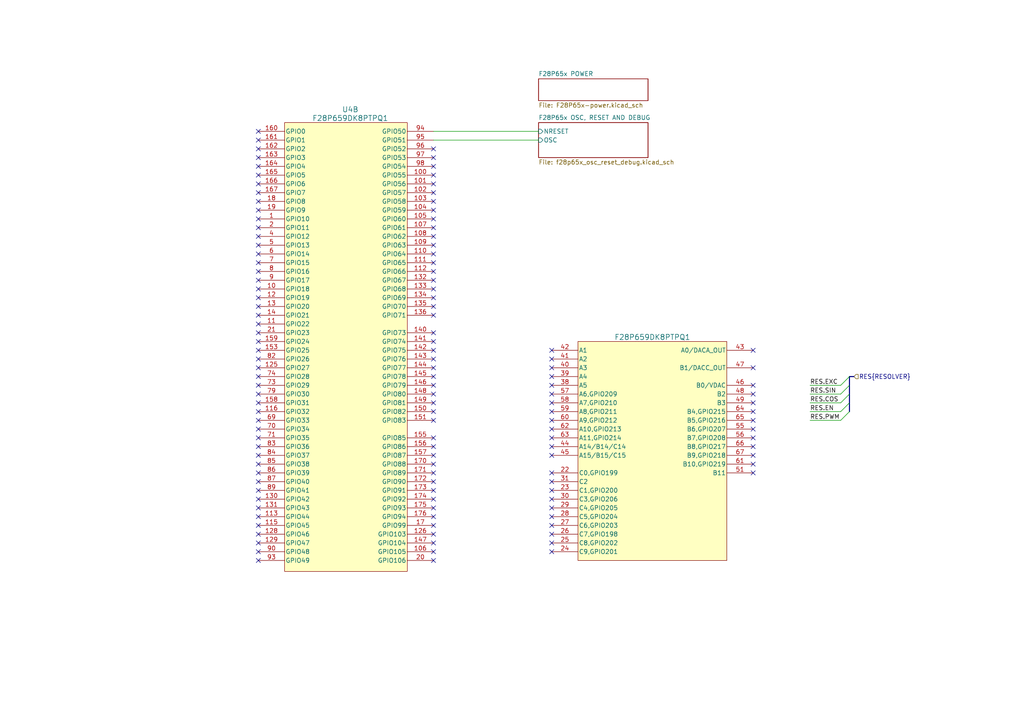
<source format=kicad_sch>
(kicad_sch (version 20231120) (generator "eeschema") (generator_version "8.0")
  (paper "A4")
  (title_block (date "2025-02-02") (comment 1 "Author: Luciano Vittori"))
  (lib_symbols
    (symbol "Library:F28P659DK8PTPQ1" (pin_names (offset 0.254))
      (property "Reference" "U" (at 28.956 9.144 0))
      (property "Value" "F28P659DK8PTPQ1" (at 28.956 6.604 0))
      (symbol "F28P659DK8PTPQ1_1_1"
        (rectangle (start 7.62 2.54) (end 50.8 -60.96) (fill (type background)))
        (pin bidirectional line (at 0 -35.56 0) (length 7.62) (name "C0,GPIO199") (number "22"))
        (pin bidirectional line (at 0 -40.64 0) (length 7.62) (name "C1,GPIO200") (number "23"))
        (pin bidirectional line (at 0 -58.42 0) (length 7.62) (name "C9,GPIO201") (number "24"))
        (pin bidirectional line (at 0 -55.88 0) (length 7.62) (name "C8,GPIO202") (number "25"))
        (pin bidirectional line (at 0 -53.34 0) (length 7.62) (name "C7,GPIO198") (number "26"))
        (pin bidirectional line (at 0 -50.8 0) (length 7.62) (name "C6,GPIO203") (number "27"))
        (pin bidirectional line (at 0 -48.26 0) (length 7.62) (name "C5,GPIO204") (number "28"))
        (pin bidirectional line (at 0 -45.72 0) (length 7.62) (name "C4,GPIO205") (number "29"))
        (pin bidirectional line (at 0 -43.18 0) (length 7.62) (name "C3,GPIO206") (number "30"))
        (pin bidirectional line (at 0 -38.1 0) (length 7.62) (name "C2") (number "31"))
        (pin bidirectional line (at 0 -10.16 0) (length 7.62) (name "A5") (number "38"))
        (pin bidirectional line (at 0 -7.62 0) (length 7.62) (name "A4") (number "39"))
        (pin bidirectional line (at 0 -5.08 0) (length 7.62) (name "A3") (number "40"))
        (pin bidirectional line (at 0 -2.54 0) (length 7.62) (name "A2") (number "41"))
        (pin bidirectional line (at 0 0 0) (length 7.62) (name "A1") (number "42"))
        (pin bidirectional line (at 58.42 0 180) (length 7.62) (name "A0/DACA_OUT") (number "43"))
        (pin bidirectional line (at 0 -27.94 0) (length 7.62) (name "A14/B14/C14") (number "44"))
        (pin bidirectional line (at 0 -30.48 0) (length 7.62) (name "A15/B15/C15") (number "45"))
        (pin bidirectional line (at 58.42 -10.16 180) (length 7.62) (name "B0/VDAC") (number "46"))
        (pin bidirectional line (at 58.42 -5.08 180) (length 7.62) (name "B1/DACC_OUT") (number "47"))
        (pin bidirectional line (at 58.42 -12.7 180) (length 7.62) (name "B2") (number "48"))
        (pin bidirectional line (at 58.42 -15.24 180) (length 7.62) (name "B3") (number "49"))
        (pin bidirectional line (at 58.42 -35.56 180) (length 7.62) (name "B11") (number "51"))
        (pin bidirectional line (at 58.42 -22.86 180) (length 7.62) (name "B6,GPIO207") (number "55"))
        (pin bidirectional line (at 58.42 -25.4 180) (length 7.62) (name "B7,GPIO208") (number "56"))
        (pin bidirectional line (at 0 -12.7 0) (length 7.62) (name "A6,GPIO209") (number "57"))
        (pin bidirectional line (at 0 -15.24 0) (length 7.62) (name "A7,GPIO210") (number "58"))
        (pin bidirectional line (at 0 -17.78 0) (length 7.62) (name "A8,GPIO211") (number "59"))
        (pin bidirectional line (at 0 -20.32 0) (length 7.62) (name "A9,GPIO212") (number "60"))
        (pin bidirectional line (at 58.42 -33.02 180) (length 7.62) (name "B10,GPIO219") (number "61"))
        (pin bidirectional line (at 0 -22.86 0) (length 7.62) (name "A10,GPIO213") (number "62"))
        (pin bidirectional line (at 0 -25.4 0) (length 7.62) (name "A11,GPIO214") (number "63"))
        (pin bidirectional line (at 58.42 -17.78 180) (length 7.62) (name "B4,GPIO215") (number "64"))
        (pin bidirectional line (at 58.42 -20.32 180) (length 7.62) (name "B5,GPIO216") (number "65"))
        (pin bidirectional line (at 58.42 -27.94 180) (length 7.62) (name "B8,GPIO217") (number "66"))
        (pin bidirectional line (at 58.42 -30.48 180) (length 7.62) (name "B9,GPIO218") (number "67"))
      )
      (symbol "F28P659DK8PTPQ1_2_1"
        (rectangle (start 7.62 2.54) (end 43.18 -127.635) (fill (type background)))
        (pin bidirectional line (at 0 -25.4 0) (length 7.62) (name "GPIO10") (number "1"))
        (pin bidirectional line (at 0 -45.72 0) (length 7.62) (name "GPIO18") (number "10"))
        (pin bidirectional line (at 50.8 -12.7 180) (length 7.62) (name "GPIO55") (number "100"))
        (pin bidirectional line (at 50.8 -15.24 180) (length 7.62) (name "GPIO56") (number "101"))
        (pin bidirectional line (at 50.8 -17.78 180) (length 7.62) (name "GPIO57") (number "102"))
        (pin bidirectional line (at 50.8 -20.32 180) (length 7.62) (name "GPIO58") (number "103"))
        (pin bidirectional line (at 50.8 -22.86 180) (length 7.62) (name "GPIO59") (number "104"))
        (pin bidirectional line (at 50.8 -25.4 180) (length 7.62) (name "GPIO60") (number "105"))
        (pin bidirectional line (at 50.8 -121.92 180) (length 7.62) (name "GPIO105") (number "106"))
        (pin bidirectional line (at 50.8 -27.94 180) (length 7.62) (name "GPIO61") (number "107"))
        (pin bidirectional line (at 50.8 -30.48 180) (length 7.62) (name "GPIO62") (number "108"))
        (pin bidirectional line (at 50.8 -33.02 180) (length 7.62) (name "GPIO63") (number "109"))
        (pin bidirectional line (at 0 -55.88 0) (length 7.62) (name "GPIO22") (number "11"))
        (pin bidirectional line (at 50.8 -35.56 180) (length 7.62) (name "GPIO64") (number "110"))
        (pin bidirectional line (at 50.8 -38.1 180) (length 7.62) (name "GPIO65") (number "111"))
        (pin bidirectional line (at 50.8 -40.64 180) (length 7.62) (name "GPIO66") (number "112"))
        (pin bidirectional line (at 0 -111.76 0) (length 7.62) (name "GPIO44") (number "113"))
        (pin bidirectional line (at 0 -114.3 0) (length 7.62) (name "GPIO45") (number "115"))
        (pin bidirectional line (at 0 -81.28 0) (length 7.62) (name "GPIO32") (number "116"))
        (pin bidirectional line (at 0 -48.26 0) (length 7.62) (name "GPIO19") (number "12"))
        (pin bidirectional line (at 0 -68.58 0) (length 7.62) (name "GPIO27") (number "125"))
        (pin bidirectional line (at 50.8 -116.84 180) (length 7.62) (name "GPIO103") (number "126"))
        (pin bidirectional line (at 0 -116.84 0) (length 7.62) (name "GPIO46") (number "128"))
        (pin bidirectional line (at 0 -119.38 0) (length 7.62) (name "GPIO47") (number "129"))
        (pin bidirectional line (at 0 -50.8 0) (length 7.62) (name "GPIO20") (number "13"))
        (pin bidirectional line (at 0 -106.68 0) (length 7.62) (name "GPIO42") (number "130"))
        (pin bidirectional line (at 0 -109.22 0) (length 7.62) (name "GPIO43") (number "131"))
        (pin bidirectional line (at 50.8 -43.18 180) (length 7.62) (name "GPIO67") (number "132"))
        (pin bidirectional line (at 50.8 -45.72 180) (length 7.62) (name "GPIO68") (number "133"))
        (pin bidirectional line (at 50.8 -48.26 180) (length 7.62) (name "GPIO69") (number "134"))
        (pin bidirectional line (at 50.8 -50.8 180) (length 7.62) (name "GPIO70") (number "135"))
        (pin bidirectional line (at 50.8 -53.34 180) (length 7.62) (name "GPIO71") (number "136"))
        (pin bidirectional line (at 0 -53.34 0) (length 7.62) (name "GPIO21") (number "14"))
        (pin bidirectional line (at 50.8 -58.42 180) (length 7.62) (name "GPIO73") (number "140"))
        (pin bidirectional line (at 50.8 -60.96 180) (length 7.62) (name "GPIO74") (number "141"))
        (pin bidirectional line (at 50.8 -63.5 180) (length 7.62) (name "GPIO75") (number "142"))
        (pin bidirectional line (at 50.8 -66.04 180) (length 7.62) (name "GPIO76") (number "143"))
        (pin bidirectional line (at 50.8 -68.58 180) (length 7.62) (name "GPIO77") (number "144"))
        (pin bidirectional line (at 50.8 -71.12 180) (length 7.62) (name "GPIO78") (number "145"))
        (pin bidirectional line (at 50.8 -73.66 180) (length 7.62) (name "GPIO79") (number "146"))
        (pin bidirectional line (at 50.8 -119.38 180) (length 7.62) (name "GPIO104") (number "147"))
        (pin bidirectional line (at 50.8 -76.2 180) (length 7.62) (name "GPIO80") (number "148"))
        (pin bidirectional line (at 50.8 -78.74 180) (length 7.62) (name "GPIO81") (number "149"))
        (pin bidirectional line (at 50.8 -81.28 180) (length 7.62) (name "GPIO82") (number "150"))
        (pin bidirectional line (at 50.8 -83.82 180) (length 7.62) (name "GPIO83") (number "151"))
        (pin bidirectional line (at 0 -63.5 0) (length 7.62) (name "GPIO25") (number "153"))
        (pin bidirectional line (at 50.8 -88.9 180) (length 7.62) (name "GPIO85") (number "155"))
        (pin bidirectional line (at 50.8 -91.44 180) (length 7.62) (name "GPIO86") (number "156"))
        (pin bidirectional line (at 50.8 -93.98 180) (length 7.62) (name "GPIO87") (number "157"))
        (pin bidirectional line (at 0 -78.74 0) (length 7.62) (name "GPIO31") (number "158"))
        (pin bidirectional line (at 0 -60.96 0) (length 7.62) (name "GPIO24") (number "159"))
        (pin bidirectional line (at 0 0 0) (length 7.62) (name "GPIO0") (number "160"))
        (pin bidirectional line (at 0 -2.54 0) (length 7.62) (name "GPIO1") (number "161"))
        (pin bidirectional line (at 0 -5.08 0) (length 7.62) (name "GPIO2") (number "162"))
        (pin bidirectional line (at 0 -7.62 0) (length 7.62) (name "GPIO3") (number "163"))
        (pin bidirectional line (at 0 -10.16 0) (length 7.62) (name "GPIO4") (number "164"))
        (pin bidirectional line (at 0 -12.7 0) (length 7.62) (name "GPIO5") (number "165"))
        (pin bidirectional line (at 0 -15.24 0) (length 7.62) (name "GPIO6") (number "166"))
        (pin bidirectional line (at 0 -17.78 0) (length 7.62) (name "GPIO7") (number "167"))
        (pin bidirectional line (at 50.8 -114.3 180) (length 7.62) (name "GPIO99") (number "17"))
        (pin bidirectional line (at 50.8 -96.52 180) (length 7.62) (name "GPIO88") (number "170"))
        (pin bidirectional line (at 50.8 -99.06 180) (length 7.62) (name "GPIO89") (number "171"))
        (pin bidirectional line (at 50.8 -101.6 180) (length 7.62) (name "GPIO90") (number "172"))
        (pin bidirectional line (at 50.8 -104.14 180) (length 7.62) (name "GPIO91") (number "173"))
        (pin bidirectional line (at 50.8 -106.68 180) (length 7.62) (name "GPIO92") (number "174"))
        (pin bidirectional line (at 50.8 -109.22 180) (length 7.62) (name "GPIO93") (number "175"))
        (pin bidirectional line (at 50.8 -111.76 180) (length 7.62) (name "GPIO94") (number "176"))
        (pin bidirectional line (at 0 -20.32 0) (length 7.62) (name "GPIO8") (number "18"))
        (pin bidirectional line (at 0 -22.86 0) (length 7.62) (name "GPIO9") (number "19"))
        (pin bidirectional line (at 0 -27.94 0) (length 7.62) (name "GPIO11") (number "2"))
        (pin bidirectional line (at 50.8 -124.46 180) (length 7.62) (name "GPIO106") (number "20"))
        (pin bidirectional line (at 0 -58.42 0) (length 7.62) (name "GPIO23") (number "21"))
        (pin bidirectional line (at 0 -30.48 0) (length 7.62) (name "GPIO12") (number "4"))
        (pin bidirectional line (at 0 -33.02 0) (length 7.62) (name "GPIO13") (number "5"))
        (pin bidirectional line (at 0 -35.56 0) (length 7.62) (name "GPIO14") (number "6"))
        (pin bidirectional line (at 0 -83.82 0) (length 7.62) (name "GPIO33") (number "69"))
        (pin bidirectional line (at 0 -38.1 0) (length 7.62) (name "GPIO15") (number "7"))
        (pin bidirectional line (at 0 -86.36 0) (length 7.62) (name "GPIO34") (number "70"))
        (pin bidirectional line (at 0 -88.9 0) (length 7.62) (name "GPIO35") (number "71"))
        (pin bidirectional line (at 0 -73.66 0) (length 7.62) (name "GPIO29") (number "73"))
        (pin bidirectional line (at 0 -71.12 0) (length 7.62) (name "GPIO28") (number "74"))
        (pin bidirectional line (at 0 -76.2 0) (length 7.62) (name "GPIO30") (number "79"))
        (pin bidirectional line (at 0 -40.64 0) (length 7.62) (name "GPIO16") (number "8"))
        (pin bidirectional line (at 0 -66.04 0) (length 7.62) (name "GPIO26") (number "82"))
        (pin bidirectional line (at 0 -91.44 0) (length 7.62) (name "GPIO36") (number "83"))
        (pin bidirectional line (at 0 -93.98 0) (length 7.62) (name "GPIO37") (number "84"))
        (pin bidirectional line (at 0 -96.52 0) (length 7.62) (name "GPIO38") (number "85"))
        (pin bidirectional line (at 0 -99.06 0) (length 7.62) (name "GPIO39") (number "86"))
        (pin bidirectional line (at 0 -101.6 0) (length 7.62) (name "GPIO40") (number "87"))
        (pin bidirectional line (at 0 -104.14 0) (length 7.62) (name "GPIO41") (number "89"))
        (pin bidirectional line (at 0 -43.18 0) (length 7.62) (name "GPIO17") (number "9"))
        (pin bidirectional line (at 0 -121.92 0) (length 7.62) (name "GPIO48") (number "90"))
        (pin bidirectional line (at 0 -124.46 0) (length 7.62) (name "GPIO49") (number "93"))
        (pin bidirectional line (at 50.8 0 180) (length 7.62) (name "GPIO50") (number "94"))
        (pin bidirectional line (at 50.8 -2.54 180) (length 7.62) (name "GPIO51") (number "95"))
        (pin bidirectional line (at 50.8 -5.08 180) (length 7.62) (name "GPIO52") (number "96"))
        (pin bidirectional line (at 50.8 -7.62 180) (length 7.62) (name "GPIO53") (number "97"))
        (pin bidirectional line (at 50.8 -10.16 180) (length 7.62) (name "GPIO54") (number "98"))
      )
      (symbol "F28P659DK8PTPQ1_3_1"
        (rectangle (start 7.62 2.54) (end 33.02 -30.48) (fill (type background)))
        (pin bidirectional line (at 0 0 0) (length 7.62) (name "GPIO133") (number "118"))
        (pin bidirectional line (at 0 -20.32 0) (length 7.62) (name "VREGENZ") (number "119"))
        (pin bidirectional line (at 0 -5.08 0) (length 7.62) (name "GPIO221,X2") (number "121"))
        (pin bidirectional line (at 0 -2.54 0) (length 7.62) (name "GPIO220,X1") (number "123"))
        (pin bidirectional line (at 0 -22.86 0) (length 7.62) (name "XRSN") (number "124"))
        (pin bidirectional line (at 0 -25.4 0) (length 7.62) (name "GPIO72") (number "139"))
        (pin bidirectional line (at 0 -27.94 0) (length 7.62) (name "GPIO84") (number "154"))
        (pin bidirectional line (at 0 -7.62 0) (length 7.62) (name "GPIO222/TDI") (number "77"))
        (pin bidirectional line (at 0 -10.16 0) (length 7.62) (name "GPIO223/TDO") (number "78"))
        (pin bidirectional line (at 0 -17.78 0) (length 7.62) (name "TMS") (number "80"))
        (pin bidirectional line (at 0 -15.24 0) (length 7.62) (name "TCK") (number "81"))
        (pin bidirectional line (at 0 -12.7 0) (length 7.62) (name "GPIO224/ERRORSTS") (number "92"))
      )
      (symbol "F28P659DK8PTPQ1_4_1"
        (rectangle (start 7.62 2.54) (end 28.575 -83.185) (fill (type background)))
        (pin power_in line (at 0 -35.56 0) (length 7.62) (name "VDDIO") (number "114"))
        (pin power_in line (at 0 -5.08 0) (length 7.62) (name "VDD") (number "117"))
        (pin power_in line (at 0 -50.8 0) (length 7.62) (name "VDDOSC") (number "120"))
        (pin input line (at 0 -76.2 0) (length 7.62) (name "VSSOSC") (number "122"))
        (pin power_in line (at 0 -38.1 0) (length 7.62) (name "VDDIO") (number "127"))
        (pin power_in line (at 0 -7.62 0) (length 7.62) (name "VDD") (number "137"))
        (pin power_in line (at 0 -40.64 0) (length 7.62) (name "VDDIO") (number "138"))
        (pin power_in line (at 0 -20.32 0) (length 7.62) (name "VDDIO") (number "15"))
        (pin power_in line (at 0 -43.18 0) (length 7.62) (name "VDDIO") (number "152"))
        (pin power_in line (at 0 0 0) (length 7.62) (name "VDD") (number "16"))
        (pin power_in line (at 0 -45.72 0) (length 7.62) (name "VDDIO") (number "168"))
        (pin power_in line (at 0 -10.16 0) (length 7.62) (name "VDD") (number "169"))
        (pin input line (at 0 -73.66 0) (length 7.62) (name "VSS") (number "177"))
        (pin power_in line (at 0 -17.78 0) (length 7.62) (name "VDDIO") (number "3"))
        (pin power_in line (at 0 -68.58 0) (length 7.62) (name "VREFLOC") (number "32"))
        (pin power_in line (at 0 -63.5 0) (length 7.62) (name "VREFLOA") (number "33"))
        (pin input line (at 0 -78.74 0) (length 7.62) (name "VSSA") (number "34"))
        (pin power_in line (at 0 -60.96 0) (length 7.62) (name "VREFHIC") (number "35"))
        (pin power_in line (at 0 -12.7 0) (length 7.62) (name "VDDA") (number "36"))
        (pin power_in line (at 0 -55.88 0) (length 7.62) (name "VREFHIA") (number "37"))
        (pin power_in line (at 0 -66.04 0) (length 7.62) (name "VREFLOB") (number "50"))
        (pin input line (at 0 -81.28 0) (length 7.62) (name "VSSA") (number "52"))
        (pin power_in line (at 0 -58.42 0) (length 7.62) (name "VREFHIB") (number "53"))
        (pin power_in line (at 0 -15.24 0) (length 7.62) (name "VDDA") (number "54"))
        (pin power_in line (at 0 -22.86 0) (length 7.62) (name "VDDIO") (number "68"))
        (pin power_in line (at 0 -48.26 0) (length 7.62) (name "VDD3VFL") (number "72"))
        (pin power_in line (at 0 -25.4 0) (length 7.62) (name "VDDIO") (number "75"))
        (pin power_in line (at 0 -2.54 0) (length 7.62) (name "VDD") (number "76"))
        (pin power_in line (at 0 -27.94 0) (length 7.62) (name "VDDIO") (number "88"))
        (pin power_in line (at 0 -30.48 0) (length 7.62) (name "VDDIO") (number "91"))
        (pin power_in line (at 0 -33.02 0) (length 7.62) (name "VDDIO") (number "99"))
      )
    )
  )
  (no_connect (at 125.73 48.26))
  (no_connect (at 74.93 132.08))
  (no_connect (at 74.93 68.58))
  (no_connect (at 74.93 99.06))
  (no_connect (at 160.02 109.22))
  (no_connect (at 125.73 127))
  (no_connect (at 125.73 119.38))
  (no_connect (at 160.02 124.46))
  (no_connect (at 74.93 78.74))
  (no_connect (at 74.93 134.62))
  (no_connect (at 125.73 96.52))
  (no_connect (at 74.93 60.96))
  (no_connect (at 160.02 147.32))
  (no_connect (at 125.73 58.42))
  (no_connect (at 218.44 137.16))
  (no_connect (at 74.93 147.32))
  (no_connect (at 125.73 121.92))
  (no_connect (at 125.73 53.34))
  (no_connect (at 160.02 129.54))
  (no_connect (at 74.93 66.04))
  (no_connect (at 74.93 119.38))
  (no_connect (at 125.73 106.68))
  (no_connect (at 74.93 55.88))
  (no_connect (at 74.93 93.98))
  (no_connect (at 125.73 71.12))
  (no_connect (at 74.93 50.8))
  (no_connect (at 74.93 139.7))
  (no_connect (at 218.44 129.54))
  (no_connect (at 160.02 160.02))
  (no_connect (at 125.73 99.06))
  (no_connect (at 125.73 129.54))
  (no_connect (at 125.73 160.02))
  (no_connect (at 125.73 76.2))
  (no_connect (at 125.73 142.24))
  (no_connect (at 74.93 152.4))
  (no_connect (at 74.93 106.68))
  (no_connect (at 125.73 152.4))
  (no_connect (at 74.93 142.24))
  (no_connect (at 125.73 43.18))
  (no_connect (at 160.02 104.14))
  (no_connect (at 218.44 121.92))
  (no_connect (at 125.73 66.04))
  (no_connect (at 74.93 149.86))
  (no_connect (at 74.93 111.76))
  (no_connect (at 160.02 127))
  (no_connect (at 218.44 111.76))
  (no_connect (at 125.73 101.6))
  (no_connect (at 74.93 101.6))
  (no_connect (at 125.73 157.48))
  (no_connect (at 125.73 83.82))
  (no_connect (at 74.93 40.64))
  (no_connect (at 125.73 137.16))
  (no_connect (at 125.73 114.3))
  (no_connect (at 74.93 43.18))
  (no_connect (at 160.02 106.68))
  (no_connect (at 125.73 91.44))
  (no_connect (at 74.93 144.78))
  (no_connect (at 74.93 162.56))
  (no_connect (at 74.93 81.28))
  (no_connect (at 74.93 104.14))
  (no_connect (at 74.93 121.92))
  (no_connect (at 160.02 121.92))
  (no_connect (at 74.93 88.9))
  (no_connect (at 125.73 55.88))
  (no_connect (at 125.73 104.14))
  (no_connect (at 125.73 63.5))
  (no_connect (at 74.93 157.48))
  (no_connect (at 125.73 86.36))
  (no_connect (at 160.02 139.7))
  (no_connect (at 125.73 88.9))
  (no_connect (at 125.73 132.08))
  (no_connect (at 160.02 137.16))
  (no_connect (at 74.93 137.16))
  (no_connect (at 125.73 154.94))
  (no_connect (at 160.02 119.38))
  (no_connect (at 125.73 162.56))
  (no_connect (at 218.44 114.3))
  (no_connect (at 218.44 101.6))
  (no_connect (at 125.73 134.62))
  (no_connect (at 125.73 109.22))
  (no_connect (at 74.93 76.2))
  (no_connect (at 160.02 149.86))
  (no_connect (at 74.93 154.94))
  (no_connect (at 74.93 129.54))
  (no_connect (at 218.44 127))
  (no_connect (at 125.73 147.32))
  (no_connect (at 160.02 101.6))
  (no_connect (at 160.02 111.76))
  (no_connect (at 160.02 132.08))
  (no_connect (at 74.93 58.42))
  (no_connect (at 74.93 160.02))
  (no_connect (at 125.73 149.86))
  (no_connect (at 74.93 45.72))
  (no_connect (at 74.93 48.26))
  (no_connect (at 218.44 124.46))
  (no_connect (at 125.73 116.84))
  (no_connect (at 218.44 134.62))
  (no_connect (at 74.93 109.22))
  (no_connect (at 160.02 116.84))
  (no_connect (at 160.02 157.48))
  (no_connect (at 125.73 139.7))
  (no_connect (at 125.73 111.76))
  (no_connect (at 125.73 78.74))
  (no_connect (at 74.93 53.34))
  (no_connect (at 74.93 96.52))
  (no_connect (at 125.73 73.66))
  (no_connect (at 74.93 73.66))
  (no_connect (at 160.02 142.24))
  (no_connect (at 74.93 91.44))
  (no_connect (at 125.73 144.78))
  (no_connect (at 74.93 116.84))
  (no_connect (at 125.73 68.58))
  (no_connect (at 74.93 114.3))
  (no_connect (at 74.93 71.12))
  (no_connect (at 160.02 152.4))
  (no_connect (at 218.44 106.68))
  (no_connect (at 74.93 127))
  (no_connect (at 160.02 154.94))
  (no_connect (at 125.73 81.28))
  (no_connect (at 218.44 132.08))
  (no_connect (at 74.93 124.46))
  (no_connect (at 218.44 119.38))
  (no_connect (at 74.93 83.82))
  (no_connect (at 125.73 50.8))
  (no_connect (at 160.02 114.3))
  (no_connect (at 160.02 144.78))
  (no_connect (at 74.93 63.5))
  (no_connect (at 125.73 60.96))
  (no_connect (at 218.44 116.84))
  (no_connect (at 74.93 38.1))
  (no_connect (at 74.93 86.36))
  (no_connect (at 125.73 45.72))
  (bus_entry (at 246.38 119.38) (size -2.54 2.54))
  (bus_entry (at 246.38 114.3) (size -2.54 2.54))
  (bus_entry (at 246.38 111.76) (size -2.54 2.54))
  (bus_entry (at 246.38 109.22) (size -2.54 2.54))
  (bus_entry (at 246.38 116.84) (size -2.54 2.54))
  (wire (pts (xy 125.73 40.64) (xy 156.21 40.64)))
  (wire (pts (xy 234.95 111.76) (xy 243.84 111.76)))
  (wire (pts (xy 234.95 119.38) (xy 243.84 119.38)))
  (wire (pts (xy 234.95 121.92) (xy 243.84 121.92)))
  (wire (pts (xy 125.73 38.1) (xy 156.21 38.1)))
  (bus (pts (xy 246.38 114.3) (xy 246.38 116.84)))
  (wire (pts (xy 234.95 114.3) (xy 243.84 114.3)))
  (wire (pts (xy 234.95 116.84) (xy 243.84 116.84)))
  (bus (pts (xy 246.38 111.76) (xy 246.38 114.3)))
  (bus (pts (xy 246.38 109.22) (xy 246.38 111.76)))
  (bus (pts (xy 247.65 109.22) (xy 246.38 109.22)))
  (bus (pts (xy 246.38 116.84) (xy 246.38 119.38)))
  (text "${SHEETNAME}" (at 135.89 20.32 0) (effects (font (size 5 5) (thickness 0.4013) (bold yes)) (justify left bottom)))
  (label "RES.EXC" (at 234.95 111.76 0))
  (label "RES.PWM" (at 234.95 121.92 0))
  (label "RES.SIN" (at 234.95 114.3 0))
  (label "RES.COS" (at 234.95 116.84 0))
  (label "RES.EN" (at 234.95 119.38 0))
  (hierarchical_label "RES{RESOLVER}" (shape input) (at 247.65 109.22 0))
  (symbol (lib_id "Library:F28P659DK8PTPQ1") (at 74.93 38.1 0) (unit 2)
    (property "Reference" "U4" (at 101.6 31.75 0) (effects (font (size 1.524 1.524))))
    (property "Value" "F28P659DK8PTPQ1" (at 101.6 34.29 0) (effects (font (size 1.524 1.524))))
    (property "Footprint" "VOLTU:HLQFP176_PTP_TEX" (effects (hide yes)))
    (property "Datasheet" "https://www.ti.com/product/TMS320F28P659DK-Q1/part-details/F28P659DK8PTPQ1" (effects (hide yes)))
    (property "Description" "C2000™ 32-bit MCU, 2x C28x+CLA CPU, Lock Step, 1.28-MB flash, 16-b ADC, HRPWM, CAN-FD, AES" (effects (hide yes)))
    (property "Manufacturer" "Texas Instrument" (effects (hide yes)))
    (property "manf#" "F28P659DK8PTPQ1" (effects (hide yes)))
    (property "Odoo Code" "4B01-0-0404" (effects (hide yes)))
    (property "Digi-Key Part #" "296-F28P659DK8PTPQ1-ND" (effects (hide yes)))
  )
  (symbol (lib_id "Library:F28P659DK8PTPQ1") (at 160.02 101.6 0) (unit 1)
    (property "Reference" "U4" (effects (hide yes)))
    (property "Value" "F28P659DK8PTPQ1" (at 189.23 97.79 0) (effects (font (size 1.524 1.524))))
    (property "Footprint" "VOLTU:HLQFP176_PTP_TEX" (effects (hide yes)))
    (property "Datasheet" "https://www.ti.com/product/TMS320F28P659DK-Q1/part-details/F28P659DK8PTPQ1" (effects (hide yes)))
    (property "Description" "C2000™ 32-bit MCU, 2x C28x+CLA CPU, Lock Step, 1.28-MB flash, 16-b ADC, HRPWM, CAN-FD, AES" (effects (hide yes)))
    (property "Manufacturer" "Texas Instrument" (effects (hide yes)))
    (property "manf#" "F28P659DK8PTPQ1" (effects (hide yes)))
    (property "Odoo Code" "4B01-0-0404" (effects (hide yes)))
    (property "Digi-Key Part #" "296-F28P659DK8PTPQ1-ND" (effects (hide yes)))
  )
  (sheet (at 156.21 22.86) (size 31.75 6.35) (stroke (width 0.1524))
    (property "Sheetname" "F28P65x POWER" (at 156.21 22.1484 0) (effects (justify left bottom)))
    (property "Sheetfile" "F28P65x-power.kicad_sch" (at 156.21 29.7946 0) (effects (justify left top)))
  )
  (sheet (at 156.21 35.56) (size 31.75 10.16) (stroke (width 0.1524))
    (property "Sheetname" "F28P65x OSC, RESET AND DEBUG" (at 156.21 34.8484 0) (effects (justify left bottom)))
    (property "Sheetfile" "f28p65x_osc_reset_debug.kicad_sch" (at 156.21 46.3046 0) (effects (justify left top)))
    (pin "NRESET" input (at 156.21 38.1 180))
    (pin "OSC" input (at 156.21 40.64 180))
  )
)
</source>
